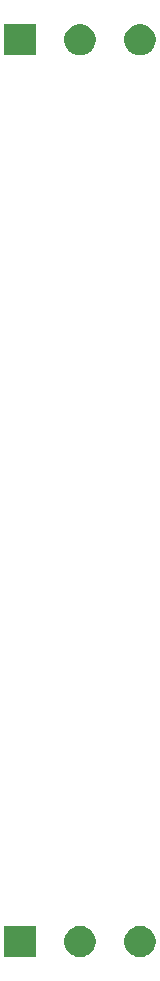
<source format=gbr>
G04 #@! TF.GenerationSoftware,KiCad,Pcbnew,5.0.2*
G04 #@! TF.CreationDate,2020-03-26T08:27:29+01:00*
G04 #@! TF.ProjectId,cowdin-dcdc,636f7764-696e-42d6-9463-64632e6b6963,1*
G04 #@! TF.SameCoordinates,Original*
G04 #@! TF.FileFunction,Soldermask,Bot*
G04 #@! TF.FilePolarity,Negative*
%FSLAX46Y46*%
G04 Gerber Fmt 4.6, Leading zero omitted, Abs format (unit mm)*
G04 Created by KiCad (PCBNEW 5.0.2) date jeu. 26 mars 2020 08:27:29 CET*
%MOMM*%
%LPD*%
G01*
G04 APERTURE LIST*
%ADD10C,0.100000*%
G04 APERTURE END LIST*
D10*
G36*
X153880250Y-141882843D02*
X153965322Y-141899765D01*
X154035735Y-141928931D01*
X154205728Y-141999344D01*
X154422092Y-142143914D01*
X154606086Y-142327908D01*
X154750656Y-142544272D01*
X154850235Y-142784679D01*
X154901000Y-143039891D01*
X154901000Y-143300109D01*
X154850235Y-143555321D01*
X154750656Y-143795728D01*
X154606086Y-144012092D01*
X154422092Y-144196086D01*
X154205728Y-144340656D01*
X154035735Y-144411069D01*
X153965322Y-144440235D01*
X153880250Y-144457157D01*
X153710109Y-144491000D01*
X153449891Y-144491000D01*
X153279750Y-144457157D01*
X153194678Y-144440235D01*
X153124265Y-144411069D01*
X152954272Y-144340656D01*
X152737908Y-144196086D01*
X152553914Y-144012092D01*
X152409344Y-143795728D01*
X152309765Y-143555321D01*
X152259000Y-143300109D01*
X152259000Y-143039891D01*
X152309765Y-142784679D01*
X152409344Y-142544272D01*
X152553914Y-142327908D01*
X152737908Y-142143914D01*
X152954272Y-141999344D01*
X153124265Y-141928931D01*
X153194678Y-141899765D01*
X153279750Y-141882843D01*
X153449891Y-141849000D01*
X153710109Y-141849000D01*
X153880250Y-141882843D01*
X153880250Y-141882843D01*
G37*
G36*
X148800250Y-141882843D02*
X148885322Y-141899765D01*
X148955735Y-141928931D01*
X149125728Y-141999344D01*
X149342092Y-142143914D01*
X149526086Y-142327908D01*
X149670656Y-142544272D01*
X149770235Y-142784679D01*
X149821000Y-143039891D01*
X149821000Y-143300109D01*
X149770235Y-143555321D01*
X149670656Y-143795728D01*
X149526086Y-144012092D01*
X149342092Y-144196086D01*
X149125728Y-144340656D01*
X148955735Y-144411069D01*
X148885322Y-144440235D01*
X148800250Y-144457157D01*
X148630109Y-144491000D01*
X148369891Y-144491000D01*
X148199750Y-144457157D01*
X148114678Y-144440235D01*
X148044265Y-144411069D01*
X147874272Y-144340656D01*
X147657908Y-144196086D01*
X147473914Y-144012092D01*
X147329344Y-143795728D01*
X147229765Y-143555321D01*
X147179000Y-143300109D01*
X147179000Y-143039891D01*
X147229765Y-142784679D01*
X147329344Y-142544272D01*
X147473914Y-142327908D01*
X147657908Y-142143914D01*
X147874272Y-141999344D01*
X148044265Y-141928931D01*
X148114678Y-141899765D01*
X148199750Y-141882843D01*
X148369891Y-141849000D01*
X148630109Y-141849000D01*
X148800250Y-141882843D01*
X148800250Y-141882843D01*
G37*
G36*
X144741000Y-144491000D02*
X142099000Y-144491000D01*
X142099000Y-141849000D01*
X144741000Y-141849000D01*
X144741000Y-144491000D01*
X144741000Y-144491000D01*
G37*
G36*
X153880250Y-65542843D02*
X153965322Y-65559765D01*
X154035735Y-65588931D01*
X154205728Y-65659344D01*
X154422092Y-65803914D01*
X154606086Y-65987908D01*
X154750656Y-66204272D01*
X154850235Y-66444679D01*
X154901000Y-66699891D01*
X154901000Y-66960109D01*
X154850235Y-67215321D01*
X154750656Y-67455728D01*
X154606086Y-67672092D01*
X154422092Y-67856086D01*
X154205728Y-68000656D01*
X154035735Y-68071069D01*
X153965322Y-68100235D01*
X153880250Y-68117157D01*
X153710109Y-68151000D01*
X153449891Y-68151000D01*
X153279750Y-68117157D01*
X153194678Y-68100235D01*
X153124265Y-68071069D01*
X152954272Y-68000656D01*
X152737908Y-67856086D01*
X152553914Y-67672092D01*
X152409344Y-67455728D01*
X152309765Y-67215321D01*
X152259000Y-66960109D01*
X152259000Y-66699891D01*
X152309765Y-66444679D01*
X152409344Y-66204272D01*
X152553914Y-65987908D01*
X152737908Y-65803914D01*
X152954272Y-65659344D01*
X153124265Y-65588931D01*
X153194678Y-65559765D01*
X153279750Y-65542843D01*
X153449891Y-65509000D01*
X153710109Y-65509000D01*
X153880250Y-65542843D01*
X153880250Y-65542843D01*
G37*
G36*
X148800250Y-65542843D02*
X148885322Y-65559765D01*
X148955735Y-65588931D01*
X149125728Y-65659344D01*
X149342092Y-65803914D01*
X149526086Y-65987908D01*
X149670656Y-66204272D01*
X149770235Y-66444679D01*
X149821000Y-66699891D01*
X149821000Y-66960109D01*
X149770235Y-67215321D01*
X149670656Y-67455728D01*
X149526086Y-67672092D01*
X149342092Y-67856086D01*
X149125728Y-68000656D01*
X148955735Y-68071069D01*
X148885322Y-68100235D01*
X148800250Y-68117157D01*
X148630109Y-68151000D01*
X148369891Y-68151000D01*
X148199750Y-68117157D01*
X148114678Y-68100235D01*
X148044265Y-68071069D01*
X147874272Y-68000656D01*
X147657908Y-67856086D01*
X147473914Y-67672092D01*
X147329344Y-67455728D01*
X147229765Y-67215321D01*
X147179000Y-66960109D01*
X147179000Y-66699891D01*
X147229765Y-66444679D01*
X147329344Y-66204272D01*
X147473914Y-65987908D01*
X147657908Y-65803914D01*
X147874272Y-65659344D01*
X148044265Y-65588931D01*
X148114678Y-65559765D01*
X148199750Y-65542843D01*
X148369891Y-65509000D01*
X148630109Y-65509000D01*
X148800250Y-65542843D01*
X148800250Y-65542843D01*
G37*
G36*
X144741000Y-68151000D02*
X142099000Y-68151000D01*
X142099000Y-65509000D01*
X144741000Y-65509000D01*
X144741000Y-68151000D01*
X144741000Y-68151000D01*
G37*
M02*

</source>
